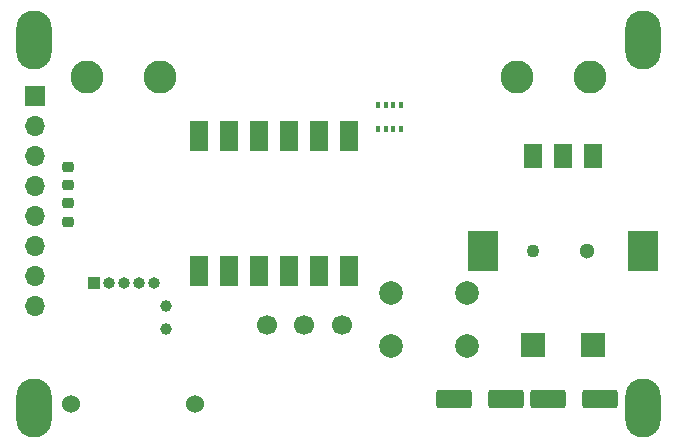
<source format=gbr>
%TF.GenerationSoftware,KiCad,Pcbnew,6.0.2-1.fc35*%
%TF.CreationDate,2022-05-31T23:37:54+02:00*%
%TF.ProjectId,LEDnode,4c45446e-6f64-4652-9e6b-696361645f70,rev?*%
%TF.SameCoordinates,Original*%
%TF.FileFunction,Soldermask,Top*%
%TF.FilePolarity,Negative*%
%FSLAX46Y46*%
G04 Gerber Fmt 4.6, Leading zero omitted, Abs format (unit mm)*
G04 Created by KiCad (PCBNEW 6.0.2-1.fc35) date 2022-05-31 23:37:54*
%MOMM*%
%LPD*%
G01*
G04 APERTURE LIST*
G04 Aperture macros list*
%AMRoundRect*
0 Rectangle with rounded corners*
0 $1 Rounding radius*
0 $2 $3 $4 $5 $6 $7 $8 $9 X,Y pos of 4 corners*
0 Add a 4 corners polygon primitive as box body*
4,1,4,$2,$3,$4,$5,$6,$7,$8,$9,$2,$3,0*
0 Add four circle primitives for the rounded corners*
1,1,$1+$1,$2,$3*
1,1,$1+$1,$4,$5*
1,1,$1+$1,$6,$7*
1,1,$1+$1,$8,$9*
0 Add four rect primitives between the rounded corners*
20,1,$1+$1,$2,$3,$4,$5,0*
20,1,$1+$1,$4,$5,$6,$7,0*
20,1,$1+$1,$6,$7,$8,$9,0*
20,1,$1+$1,$8,$9,$2,$3,0*%
G04 Aperture macros list end*
%ADD10C,2.800000*%
%ADD11C,1.100000*%
%ADD12R,2.500000X3.500000*%
%ADD13C,1.300000*%
%ADD14R,1.500000X2.000000*%
%ADD15R,2.000000X2.000000*%
%ADD16RoundRect,1.500000X0.000000X-1.000000X0.000000X-1.000000X0.000000X1.000000X0.000000X1.000000X0*%
%ADD17RoundRect,0.250000X1.250000X0.550000X-1.250000X0.550000X-1.250000X-0.550000X1.250000X-0.550000X0*%
%ADD18C,1.524000*%
%ADD19C,1.700000*%
%ADD20C,2.000000*%
%ADD21R,1.700000X1.700000*%
%ADD22O,1.700000X1.700000*%
%ADD23R,1.500000X2.500000*%
%ADD24C,1.000000*%
%ADD25R,1.000000X1.000000*%
%ADD26O,1.000000X1.000000*%
%ADD27RoundRect,0.218750X0.256250X-0.218750X0.256250X0.218750X-0.256250X0.218750X-0.256250X-0.218750X0*%
%ADD28R,0.350000X0.500000*%
G04 APERTURE END LIST*
D10*
%TO.C,J1*%
X82700000Y-74250000D03*
X88900000Y-74250000D03*
X119100000Y-74250000D03*
X125300000Y-74250000D03*
%TD*%
D11*
%TO.C,SW1*%
X120500000Y-89000000D03*
D12*
X116250000Y-89000000D03*
D13*
X125000000Y-89000000D03*
D12*
X129750000Y-89000000D03*
D14*
X125500000Y-81000000D03*
X120500000Y-81000000D03*
X123000000Y-81000000D03*
D15*
X125500000Y-97000000D03*
X120500000Y-97000000D03*
%TD*%
D16*
%TO.C,H4*%
X78200000Y-71200000D03*
%TD*%
D17*
%TO.C,C5*%
X126100000Y-101570000D03*
X121700000Y-101570000D03*
%TD*%
D18*
%TO.C,C21*%
X81382500Y-102000000D03*
X91882500Y-102000000D03*
%TD*%
D16*
%TO.C,H3*%
X129800000Y-102300000D03*
%TD*%
D19*
%TO.C,SW2*%
X104300000Y-95300000D03*
X101100000Y-95300000D03*
X97900000Y-95300000D03*
%TD*%
D17*
%TO.C,C2*%
X118200000Y-101570000D03*
X113800000Y-101570000D03*
%TD*%
D20*
%TO.C,SW3*%
X114900000Y-97100000D03*
X108400000Y-97100000D03*
X114900000Y-92600000D03*
X108400000Y-92600000D03*
%TD*%
D16*
%TO.C,H1*%
X129800000Y-71200000D03*
%TD*%
D21*
%TO.C,J4*%
X78300000Y-75900000D03*
D22*
X78300000Y-78440000D03*
X78300000Y-80980000D03*
X78300000Y-83520000D03*
X78300000Y-86060000D03*
X78300000Y-88600000D03*
X78300000Y-91140000D03*
X78300000Y-93680000D03*
%TD*%
D23*
%TO.C,U2*%
X92150000Y-90715000D03*
X94690000Y-90715000D03*
X97230000Y-90715000D03*
X99770000Y-90715000D03*
X102310000Y-90715000D03*
X104850000Y-90715000D03*
X104850000Y-79285000D03*
X102310000Y-79285000D03*
X99770000Y-79285000D03*
X97230000Y-79285000D03*
X94690000Y-79285000D03*
X92150000Y-79285000D03*
%TD*%
D24*
%TO.C,Y1*%
X89350000Y-93700000D03*
X89350000Y-95600000D03*
%TD*%
D25*
%TO.C,J2*%
X83310000Y-91750000D03*
D26*
X84580000Y-91750000D03*
X85850000Y-91750000D03*
X87120000Y-91750000D03*
X88390000Y-91750000D03*
%TD*%
D27*
%TO.C,D3*%
X81100000Y-83475000D03*
X81100000Y-81900000D03*
%TD*%
D28*
%TO.C,U5*%
X107337011Y-76650000D03*
X107987011Y-76650000D03*
X108637011Y-76650000D03*
X109287011Y-76650000D03*
X109287011Y-78700000D03*
X108637011Y-78700000D03*
X107987011Y-78700000D03*
X107337011Y-78700000D03*
%TD*%
D16*
%TO.C,H2*%
X78200000Y-102300000D03*
%TD*%
D27*
%TO.C,D2*%
X81100000Y-86575000D03*
X81100000Y-85000000D03*
%TD*%
M02*

</source>
